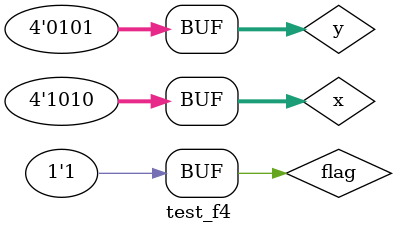
<source format=v>

module selecionador (output [3:0]saida, input [3:0]entrada1, input [3:0]entrada2, input chave);
	wire [7:0]s;
	wire saida_not;
	
	not NOT1(saida_not, chave);
	
	and AND1(s[0], entrada1[0], chave);
	and AND2(s[1], entrada1[1], chave);
	and AND3(s[2], entrada1[2], chave);
	and AND4(s[3], entrada1[3], chave);
	
	and AND5(s[4], entrada2[0], saida_not);
	and AND6(s[5], entrada2[1], saida_not);
	and AND7(s[6], entrada2[2], saida_not);
	and AND8(s[7], entrada2[3], saida_not);
	
	or OR1(saida[0], s[0], s[4]);
	or OR2(saida[1], s[1], s[5]);
	or OR3(saida[2], s[2], s[6]);
	or OR4(saida[3], s[3], s[7]);

endmodule // -- selecionador

// -------------------------
// --- f4 gate
// -------------------------
module f4 (output [3:0]saida, input [3:0]a, input [3:0]b, input f);

	wire [3:0]saida_xor;
	wire [3:0]saida_xnor;
	
	xor XOR1(saida_xor[0], a[0], b[0]);
	xor XOR2(saida_xor[1], a[1], b[1]);
	xor XOR3(saida_xor[2], a[2], b[2]);
	xor XOR4(saida_xor[3], a[3], b[3]);
	
	xnor XNOR1(saida_xnor[0], a[0], b[0]);
	xnor XNOR2(saida_xnor[1], a[1], b[1]);
	xnor XNOR3(saida_xnor[2], a[2], b[2]);
	xnor XNOR4(saida_xnor[3], a[3], b[3]);
	
	selecionador SEL1 (saida, saida_xor, saida_xnor, f);

endmodule // -- f4

// ------------------------- 
// -- modulo de teste
// -------------------------
module test_f4;
	
	reg  [3:0] x;
	reg  [3:0] y;
	reg  flag;
	wire [3:0] z;
	
	f4 modulo (z, x, y, flag);
	
	// -- parte principal
	initial begin
	$display("Exemplo0036 -	EXTRA01 - Guia03 - Ana Cristina - 427385");
	$display("Test LU's module");
	$display("Legenda da chave: 0 - IGUAL\t 1 - DIFERENTE \n");
	
	#1 x = 4'b0011;	y = 4'b0101;	flag = 0;
	$monitor("ch = %1b\t x = %4b\t y = %4b\t s = %4b", flag, x, y, z);
	#1 x = 4'b0011;	y = 4'b0101;	flag = 1;
	
	#1 x = 4'b0000;	y = 4'b1111;	flag = 0;
	#1 x = 4'b0000;	y = 4'b1111;	flag = 1;
	
	#1 x = 4'b1010;	y = 4'b0101;	flag = 0;
	#1 x = 4'b1010;	y = 4'b0101;	flag = 1;
	
	end

endmodule // -- test_f4
// ----------------------------------------------- previsao de testes
// -- Legenda da chave: 0 - IGUAL	 1 - DIFERENTE
// -- ch = 0	 x = 0011	 y = 0101	 s = 1001
// -- ch = 1	 x = 0011	 y = 0101	 s = 0110
// -- ch = 0	 x = 0000	 y = 1111	 s = 0000
// -- ch = 1	 x = 0000	 y = 1111	 s = 1111
// -- ch = 0	 x = 1010	 y = 0101	 s = 0000
// -- ch = 1	 x = 1010	 y = 0101	 s = 1111
</source>
